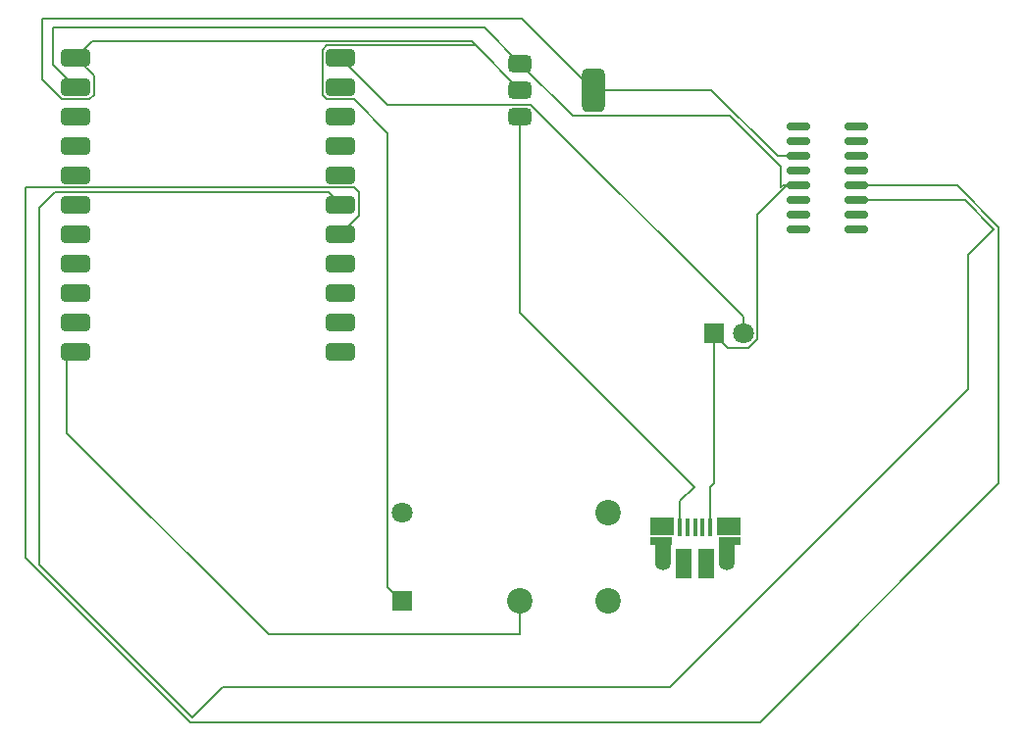
<source format=gbr>
%TF.GenerationSoftware,KiCad,Pcbnew,9.0.0*%
%TF.CreationDate,2025-04-09T12:13:31+05:30*%
%TF.ProjectId,ES lab Assignment,4553206c-6162-4204-9173-7369676e6d65,rev?*%
%TF.SameCoordinates,Original*%
%TF.FileFunction,Copper,L1,Top*%
%TF.FilePolarity,Positive*%
%FSLAX46Y46*%
G04 Gerber Fmt 4.6, Leading zero omitted, Abs format (unit mm)*
G04 Created by KiCad (PCBNEW 9.0.0) date 2025-04-09 12:13:31*
%MOMM*%
%LPD*%
G01*
G04 APERTURE LIST*
G04 Aperture macros list*
%AMRoundRect*
0 Rectangle with rounded corners*
0 $1 Rounding radius*
0 $2 $3 $4 $5 $6 $7 $8 $9 X,Y pos of 4 corners*
0 Add a 4 corners polygon primitive as box body*
4,1,4,$2,$3,$4,$5,$6,$7,$8,$9,$2,$3,0*
0 Add four circle primitives for the rounded corners*
1,1,$1+$1,$2,$3*
1,1,$1+$1,$4,$5*
1,1,$1+$1,$6,$7*
1,1,$1+$1,$8,$9*
0 Add four rect primitives between the rounded corners*
20,1,$1+$1,$2,$3,$4,$5,0*
20,1,$1+$1,$4,$5,$6,$7,0*
20,1,$1+$1,$6,$7,$8,$9,0*
20,1,$1+$1,$8,$9,$2,$3,0*%
G04 Aperture macros list end*
%TA.AperFunction,SMDPad,CuDef*%
%ADD10R,0.400000X1.650000*%
%TD*%
%TA.AperFunction,SMDPad,CuDef*%
%ADD11R,1.825000X0.700000*%
%TD*%
%TA.AperFunction,SMDPad,CuDef*%
%ADD12R,2.000000X1.500000*%
%TD*%
%TA.AperFunction,SMDPad,CuDef*%
%ADD13R,1.350000X2.000000*%
%TD*%
%TA.AperFunction,HeatsinkPad*%
%ADD14O,1.350000X1.700000*%
%TD*%
%TA.AperFunction,HeatsinkPad*%
%ADD15O,1.100000X1.500000*%
%TD*%
%TA.AperFunction,SMDPad,CuDef*%
%ADD16R,1.430000X2.500000*%
%TD*%
%TA.AperFunction,SMDPad,CuDef*%
%ADD17RoundRect,0.375000X-0.625000X-0.375000X0.625000X-0.375000X0.625000X0.375000X-0.625000X0.375000X0*%
%TD*%
%TA.AperFunction,SMDPad,CuDef*%
%ADD18RoundRect,0.500000X-0.500000X-1.400000X0.500000X-1.400000X0.500000X1.400000X-0.500000X1.400000X0*%
%TD*%
%TA.AperFunction,SMDPad,CuDef*%
%ADD19RoundRect,0.150000X-0.850000X-0.150000X0.850000X-0.150000X0.850000X0.150000X-0.850000X0.150000X0*%
%TD*%
%TA.AperFunction,SMDPad,CuDef*%
%ADD20RoundRect,0.381000X-0.889000X-0.381000X0.889000X-0.381000X0.889000X0.381000X-0.889000X0.381000X0*%
%TD*%
%TA.AperFunction,ComponentPad*%
%ADD21C,2.200000*%
%TD*%
%TA.AperFunction,ComponentPad*%
%ADD22R,1.800000X1.800000*%
%TD*%
%TA.AperFunction,ComponentPad*%
%ADD23C,1.800000*%
%TD*%
%TA.AperFunction,Conductor*%
%ADD24C,0.200000*%
%TD*%
G04 APERTURE END LIST*
D10*
%TO.P,J1,1,VBUS*%
%TO.N,Net-(J1-VBUS)*%
X148300000Y-108785000D03*
%TO.P,J1,2,D-*%
%TO.N,unconnected-(J1-D--Pad2)*%
X148950000Y-108785000D03*
%TO.P,J1,3,D+*%
%TO.N,unconnected-(J1-D+-Pad3)*%
X149600000Y-108785000D03*
%TO.P,J1,4,ID*%
%TO.N,unconnected-(J1-ID-Pad4)*%
X150250000Y-108785000D03*
%TO.P,J1,5,GND*%
%TO.N,Net-(D1-K)*%
X150900000Y-108785000D03*
D11*
%TO.P,J1,6,Shield*%
%TO.N,unconnected-(J1-Shield-Pad6)*%
X146650000Y-109985000D03*
D12*
%TO.N,unconnected-(J1-Shield-Pad6)_1*%
X146750000Y-108685000D03*
D13*
%TO.N,unconnected-(J1-Shield-Pad6)_2*%
X146870000Y-110735000D03*
D14*
%TO.N,unconnected-(J1-Shield-Pad6)_3*%
X146870000Y-111665000D03*
D15*
%TO.N,unconnected-(J1-Shield-Pad6)_4*%
X147180000Y-108665000D03*
D16*
%TO.N,unconnected-(J1-Shield-Pad6)_5*%
X148640000Y-111935000D03*
%TO.N,unconnected-(J1-Shield-Pad6)_6*%
X150560000Y-111935000D03*
D15*
%TO.N,unconnected-(J1-Shield-Pad6)_7*%
X152020000Y-108665000D03*
D14*
%TO.N,unconnected-(J1-Shield-Pad6)_8*%
X152330000Y-111665000D03*
D13*
%TO.N,unconnected-(J1-Shield-Pad6)_9*%
X152350000Y-110735000D03*
D12*
%TO.N,unconnected-(J1-Shield-Pad6)_10*%
X152500000Y-108665000D03*
D11*
%TO.N,unconnected-(J1-Shield-Pad6)_11*%
X152600000Y-109985000D03*
%TD*%
D17*
%TO.P,U4,1,GND*%
%TO.N,Net-(D1-K)*%
X134500000Y-68700000D03*
%TO.P,U4,2,VO*%
%TO.N,Net-(U1-3.3V)*%
X134500000Y-71000000D03*
D18*
X140800000Y-71000000D03*
D17*
%TO.P,U4,3,VI*%
%TO.N,Net-(J1-VBUS)*%
X134500000Y-73300000D03*
%TD*%
D19*
%TO.P,U2,1,VSUP*%
%TO.N,unconnected-(U2-VSUP-Pad1)*%
X158500000Y-74155000D03*
%TO.P,U2,2,BASE*%
%TO.N,unconnected-(U2-BASE-Pad2)*%
X158500000Y-75425000D03*
%TO.P,U2,3,AVDD*%
%TO.N,Net-(U1-3.3V)*%
X158500000Y-76695000D03*
%TO.P,U2,4,VFB*%
%TO.N,unconnected-(U2-VFB-Pad4)*%
X158500000Y-77965000D03*
%TO.P,U2,5,AGND*%
%TO.N,Net-(D1-K)*%
X158500000Y-79235000D03*
%TO.P,U2,6,VBG*%
%TO.N,unconnected-(U2-VBG-Pad6)*%
X158500000Y-80505000D03*
%TO.P,U2,7,INA-*%
%TO.N,unconnected-(U2-INA--Pad7)*%
X158500000Y-81775000D03*
%TO.P,U2,8,INA+*%
%TO.N,unconnected-(U2-INA+-Pad8)*%
X158500000Y-83045000D03*
%TO.P,U2,9,INB-*%
%TO.N,unconnected-(U2-INB--Pad9)*%
X163500000Y-83045000D03*
%TO.P,U2,10,INB+*%
%TO.N,unconnected-(U2-INB+-Pad10)*%
X163500000Y-81775000D03*
%TO.P,U2,11,PD_SCK*%
%TO.N,Net-(U1-GPIO14)*%
X163500000Y-80505000D03*
%TO.P,U2,12,DOUT*%
%TO.N,Net-(U1-GPIO12)*%
X163500000Y-79235000D03*
%TO.P,U2,13,XO*%
%TO.N,unconnected-(U2-XO-Pad13)*%
X163500000Y-77965000D03*
%TO.P,U2,14,XI*%
%TO.N,unconnected-(U2-XI-Pad14)*%
X163500000Y-76695000D03*
%TO.P,U2,15,RATE*%
%TO.N,unconnected-(U2-RATE-Pad15)*%
X163500000Y-75425000D03*
%TO.P,U2,16,DVDD*%
%TO.N,unconnected-(U2-DVDD-Pad16)*%
X163500000Y-74155000D03*
%TD*%
D20*
%TO.P,U1,1,3.3V*%
%TO.N,Net-(U1-3.3V)*%
X96140000Y-68200000D03*
%TO.P,U1,2,GND*%
%TO.N,Net-(D1-K)*%
X96140000Y-70740000D03*
%TO.P,U1,3,GPIO1*%
%TO.N,unconnected-(U1-GPIO1-Pad3)*%
X96140000Y-73280000D03*
%TO.P,U1,4,GPIO3*%
%TO.N,unconnected-(U1-GPIO3-Pad4)*%
X96140000Y-75820000D03*
%TO.P,U1,5,SD_CLK*%
%TO.N,unconnected-(U1-SD_CLK-Pad5)*%
X96140000Y-78360000D03*
%TO.P,U1,6,SD_D2*%
%TO.N,unconnected-(U1-SD_D2-Pad6)*%
X96140000Y-80900000D03*
%TO.P,U1,7,SD_D1*%
%TO.N,unconnected-(U1-SD_D1-Pad7)*%
X96140000Y-83440000D03*
%TO.P,U1,8,SD_CMD*%
%TO.N,unconnected-(U1-SD_CMD-Pad8)*%
X96140000Y-85980000D03*
%TO.P,U1,9,SD_D0*%
%TO.N,unconnected-(U1-SD_D0-Pad9)*%
X96140000Y-88520000D03*
%TO.P,U1,10,SD_D3*%
%TO.N,unconnected-(U1-SD_D3-Pad10)*%
X96140000Y-91060000D03*
%TO.P,U1,11,GPIO5*%
%TO.N,Net-(U1-GPIO5)*%
X96140000Y-93600000D03*
%TO.P,U1,12,ADC*%
%TO.N,unconnected-(U1-ADC-Pad12)*%
X119000000Y-93600000D03*
%TO.P,U1,13,RSTB*%
%TO.N,unconnected-(U1-RSTB-Pad13)*%
X119000000Y-91060000D03*
%TO.P,U1,14,CHIP_E*%
%TO.N,unconnected-(U1-CHIP_E-Pad14)*%
X119000000Y-88520000D03*
%TO.P,U1,15,GPIO16*%
%TO.N,unconnected-(U1-GPIO16-Pad15)*%
X119000000Y-85980000D03*
%TO.P,U1,16,GPIO12*%
%TO.N,Net-(U1-GPIO12)*%
X119000000Y-83440000D03*
%TO.P,U1,17,GPIO14*%
%TO.N,Net-(U1-GPIO14)*%
X119000000Y-80900000D03*
%TO.P,U1,18,GPIO13*%
%TO.N,unconnected-(U1-GPIO13-Pad18)*%
X119000000Y-78360000D03*
%TO.P,U1,19,GPIO15*%
%TO.N,unconnected-(U1-GPIO15-Pad19)*%
X119000000Y-75820000D03*
%TO.P,U1,20,GPIO-2*%
%TO.N,unconnected-(U1-GPIO-2-Pad20)*%
X119000000Y-73280000D03*
%TO.P,U1,21,GPIO-0*%
%TO.N,unconnected-(U1-GPIO-0-Pad21)*%
X119000000Y-70740000D03*
%TO.P,U1,22,GPIO4*%
%TO.N,Net-(D1-A)*%
X119000000Y-68200000D03*
%TD*%
D21*
%TO.P,K1,11*%
%TO.N,Net-(U1-GPIO5)*%
X134430000Y-115120000D03*
%TO.P,K1,12*%
%TO.N,unconnected-(K1-Pad12)*%
X142050000Y-107500000D03*
%TO.P,K1,14*%
%TO.N,unconnected-(K1-Pad14)*%
X142050000Y-115120000D03*
D22*
%TO.P,K1,A1*%
%TO.N,Net-(U1-3.3V)*%
X124270000Y-115120000D03*
D23*
%TO.P,K1,A2*%
%TO.N,Net-(D1-K)*%
X124270000Y-107500000D03*
%TD*%
D22*
%TO.P,D1,1,K*%
%TO.N,Net-(D1-K)*%
X151195000Y-92040000D03*
D23*
%TO.P,D1,2,A*%
%TO.N,Net-(D1-A)*%
X153735000Y-92040000D03*
%TD*%
D24*
%TO.N,Net-(D1-K)*%
X150900000Y-105290000D02*
X151195000Y-104995000D01*
X150900000Y-108785000D02*
X150900000Y-105290000D01*
%TO.N,Net-(J1-VBUS)*%
X148300000Y-106500000D02*
X149533070Y-105266930D01*
X148300000Y-108785000D02*
X148300000Y-106500000D01*
%TO.N,Net-(D1-K)*%
X154232471Y-93241000D02*
X152396000Y-93241000D01*
X154936000Y-92537471D02*
X154232471Y-93241000D01*
X154936000Y-81799001D02*
X154936000Y-92537471D01*
X152396000Y-93241000D02*
X151195000Y-92040000D01*
X157500001Y-79235000D02*
X154936000Y-81799001D01*
X158500000Y-79235000D02*
X157500001Y-79235000D01*
%TO.N,Net-(U1-3.3V)*%
X123069000Y-113919000D02*
X124270000Y-115120000D01*
X123069000Y-74700506D02*
X123069000Y-113919000D01*
X117828506Y-71803000D02*
X120171494Y-71803000D01*
X120171494Y-71803000D02*
X123069000Y-74700506D01*
X117429000Y-71403494D02*
X117828506Y-71803000D01*
X117429000Y-67536506D02*
X117429000Y-71403494D01*
X117828506Y-67137000D02*
X117429000Y-67536506D01*
X130637000Y-67137000D02*
X117828506Y-67137000D01*
X134500000Y-71000000D02*
X130637000Y-67137000D01*
%TO.N,Net-(U1-GPIO12)*%
X175801000Y-82833900D02*
X172202100Y-79235000D01*
X172202100Y-79235000D02*
X163500000Y-79235000D01*
X155199000Y-125601000D02*
X175801000Y-104999000D01*
X175801000Y-104999000D02*
X175801000Y-82833900D01*
X106033900Y-125601000D02*
X155199000Y-125601000D01*
X91800000Y-111367100D02*
X106033900Y-125601000D01*
X91800000Y-79400000D02*
X91800000Y-111367100D01*
X91823000Y-79423000D02*
X91800000Y-79400000D01*
X120171494Y-79423000D02*
X91823000Y-79423000D01*
X120571000Y-79822506D02*
X120171494Y-79423000D01*
X120571000Y-81869000D02*
X120571000Y-79822506D01*
X119000000Y-83440000D02*
X120571000Y-81869000D01*
%TO.N,Net-(U1-GPIO5)*%
X134430000Y-117970000D02*
X134430000Y-115120000D01*
X112777164Y-118000000D02*
X134400000Y-118000000D01*
X95378000Y-94362000D02*
X95378000Y-100600836D01*
X95378000Y-100600836D02*
X112777164Y-118000000D01*
X96140000Y-93600000D02*
X95378000Y-94362000D01*
X134400000Y-118000000D02*
X134430000Y-117970000D01*
%TO.N,Net-(U1-GPIO14)*%
X172905000Y-80505000D02*
X163500000Y-80505000D01*
X173200000Y-85200000D02*
X175400000Y-83000000D01*
X173200000Y-96800000D02*
X173200000Y-85200000D01*
X147400000Y-122600000D02*
X173200000Y-96800000D01*
X108800000Y-122600000D02*
X147400000Y-122600000D01*
X106200000Y-125200000D02*
X108800000Y-122600000D01*
X175400000Y-83000000D02*
X172905000Y-80505000D01*
X93000000Y-112000000D02*
X106200000Y-125200000D01*
X94363000Y-79837000D02*
X93000000Y-81200000D01*
X117937000Y-79837000D02*
X94363000Y-79837000D01*
X93000000Y-81200000D02*
X93000000Y-112000000D01*
X119000000Y-80900000D02*
X117937000Y-79837000D01*
%TO.N,Net-(D1-A)*%
X135405008Y-72249000D02*
X153735000Y-90578992D01*
X153735000Y-90578992D02*
X153735000Y-92040000D01*
X123049000Y-72249000D02*
X135405008Y-72249000D01*
X119000000Y-68200000D02*
X123049000Y-72249000D01*
%TO.N,Net-(J1-VBUS)*%
X134500000Y-90233860D02*
X149533070Y-105266930D01*
X134500000Y-73300000D02*
X134500000Y-90233860D01*
%TO.N,Net-(D1-K)*%
X151195000Y-104995000D02*
X151195000Y-92040000D01*
%TO.N,Net-(U1-GPIO12)*%
X163500000Y-79235000D02*
X162681968Y-79235000D01*
%TO.N,Net-(U1-3.3V)*%
X97711000Y-71403494D02*
X97711000Y-69771000D01*
X94968506Y-71803000D02*
X97311494Y-71803000D01*
X93200000Y-70034494D02*
X94968506Y-71803000D01*
X97311494Y-71803000D02*
X97711000Y-71403494D01*
X97711000Y-69771000D02*
X96140000Y-68200000D01*
X93200000Y-64800000D02*
X93200000Y-70034494D01*
X134600000Y-64800000D02*
X93200000Y-64800000D01*
X140800000Y-71000000D02*
X134600000Y-64800000D01*
X130299000Y-66799000D02*
X134500000Y-71000000D01*
X97541000Y-66799000D02*
X130299000Y-66799000D01*
X96140000Y-68200000D02*
X97541000Y-66799000D01*
%TO.N,Net-(D1-K)*%
X94200000Y-65600000D02*
X94200000Y-68800000D01*
X131400000Y-65600000D02*
X94200000Y-65600000D01*
X134500000Y-68700000D02*
X131400000Y-65600000D01*
X94200000Y-68800000D02*
X96140000Y-70740000D01*
X157165000Y-79235000D02*
X158500000Y-79235000D01*
X157000000Y-79400000D02*
X157165000Y-79235000D01*
X152600000Y-73200000D02*
X157000000Y-77600000D01*
X144600000Y-73200000D02*
X152600000Y-73200000D01*
X157000000Y-77600000D02*
X157000000Y-79400000D01*
X139001000Y-73201000D02*
X144599000Y-73201000D01*
X144599000Y-73201000D02*
X144600000Y-73200000D01*
X134500000Y-68700000D02*
X139001000Y-73201000D01*
%TO.N,Net-(U1-3.3V)*%
X156695000Y-76695000D02*
X158500000Y-76695000D01*
X151000000Y-71000000D02*
X156695000Y-76695000D01*
X140800000Y-71000000D02*
X151000000Y-71000000D01*
%TO.N,Net-(U1-GPIO14)*%
X119274000Y-81174000D02*
X119000000Y-80900000D01*
%TD*%
M02*

</source>
